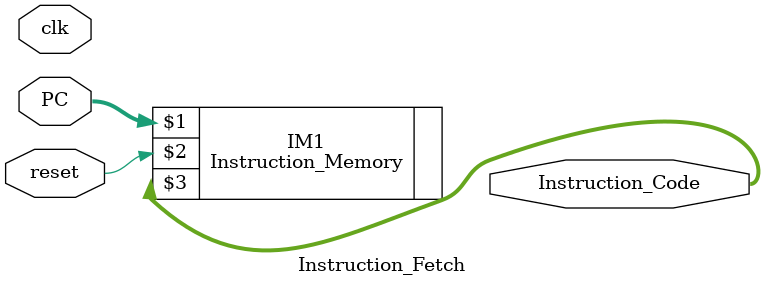
<source format=v>
`timescale 1ns / 1ps


module Instruction_Fetch(
    input clk,
    input reset,
    input [7:0] PC,
    output [7:0] Instruction_Code
    );
    
   Instruction_Memory IM1(PC, reset, Instruction_Code);
    
   
    

endmodule


</source>
